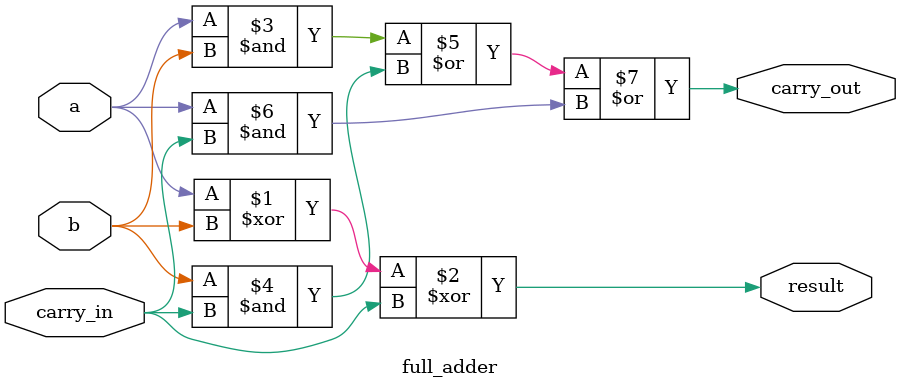
<source format=v>

module adder_subtractor_4bit(
                            input [3:0] a, 
                            input [3:0] b, 
                            input add_sub, 
                            output [4:0] result,
                            output carry 
                            );
                            
    wire [3:0] b_xor;
        assign b_xor = b ^ {4{add_sub}};
            wire [3:0] sum;
             wire carry_out;
                 wire carry_in;
                    assign carry_in = add_sub; // برای تفریق، کری اولیه باید 1 باشد

    // اجرای جمع 4 بیتی
    full_adder fa0 (
    .a(a[0]),
    .b(b_xor[0]),
    .carry_in(carry_in),
    .result(result[0]),
    .carry_out(carry_out0)
    );
        full_adder fa1 (
        .a(a[1]),
        .b(b_xor[1]),
        .carry_in(carry_out0),
        .result(result[1]),
        .carry_out(carry_out1)
        );
            full_adder fa2 (
            .a(a[2]),
            .b(b_xor[2]),
            .carry_in(carry_out1),
            .result(result[2]),
            .carry_out(carry_out2)
            );
                full_adder fa3 (
                .a(a[3]),
                .b(b_xor[3]),
                .carry_in(carry_out2),
                .result(result[3]),
                .carry_out(carry_out)
                );

                    assign result =result;
                     assign carry = carry_out; // کری برای جمع

endmodule

// ماژول جمع‌کننده کامل
module full_adder(
                input a,
                input b,
                input carry_in,
                output result,
                output carry_out
                );

                    assign result= a ^ b ^ carry_in;
                         assign carry_out = (a & b) | (b & carry_in) | (a & carry_in);

endmodule
//بهمن1402
</source>
